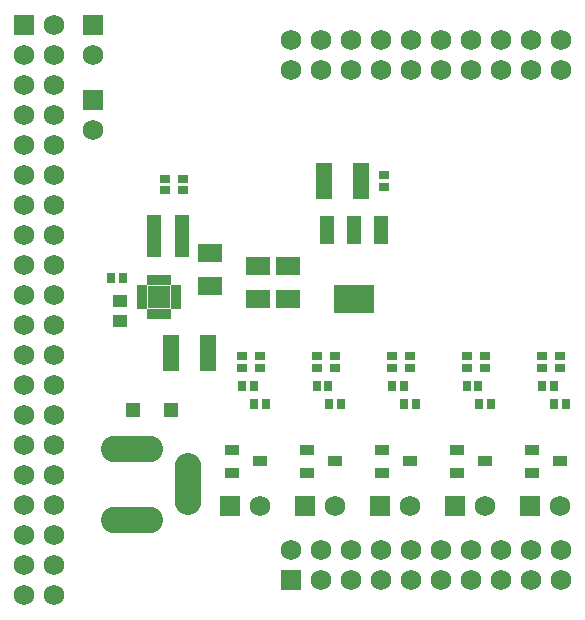
<source format=gts>
G04*
G04 #@! TF.GenerationSoftware,Altium Limited,Altium Designer,19.0.15 (446)*
G04*
G04 Layer_Color=8388736*
%FSLAX25Y25*%
%MOIN*%
G70*
G01*
G75*
%ADD15R,0.04543X0.04740*%
%ADD16R,0.02969X0.03362*%
%ADD17R,0.04740X0.03953*%
%ADD18R,0.08087X0.06118*%
%ADD19R,0.03362X0.02969*%
%ADD20R,0.04937X0.09465*%
%ADD21R,0.13795X0.09465*%
%ADD22R,0.05528X0.12024*%
%ADD23R,0.01984X0.03362*%
%ADD24R,0.03362X0.01984*%
%ADD25R,0.07614X0.07614*%
%ADD26R,0.04937X0.14386*%
%ADD27R,0.04937X0.03362*%
%ADD28R,0.06906X0.06906*%
%ADD29C,0.06906*%
%ADD30O,0.20685X0.08874*%
%ADD31O,0.08874X0.20685*%
%ADD32R,0.06906X0.06906*%
D15*
X173102Y281500D02*
D03*
X185898D02*
D03*
D16*
X169968Y325583D02*
D03*
X166031D02*
D03*
X213472Y283724D02*
D03*
X217409D02*
D03*
X209472Y289724D02*
D03*
X213409D02*
D03*
X238472Y283724D02*
D03*
X242409D02*
D03*
X234441Y289724D02*
D03*
X238378D02*
D03*
X263472Y283724D02*
D03*
X267409D02*
D03*
X259472Y289724D02*
D03*
X263409D02*
D03*
X288472Y283724D02*
D03*
X292409D02*
D03*
X284441Y289724D02*
D03*
X288378D02*
D03*
X313472Y283724D02*
D03*
X317409D02*
D03*
X309472Y289724D02*
D03*
X313409D02*
D03*
D17*
X169000Y311236D02*
D03*
Y317929D02*
D03*
D18*
X215000Y318488D02*
D03*
Y329512D02*
D03*
X225000Y318488D02*
D03*
Y329512D02*
D03*
X199000Y334095D02*
D03*
Y323071D02*
D03*
D19*
X257000Y359968D02*
D03*
Y356031D02*
D03*
X189821Y354839D02*
D03*
Y358776D02*
D03*
X183821Y358776D02*
D03*
Y354839D02*
D03*
X215441Y295787D02*
D03*
Y299724D02*
D03*
X209441Y295724D02*
D03*
Y299661D02*
D03*
X240441Y295756D02*
D03*
Y299693D02*
D03*
X234441Y295724D02*
D03*
Y299661D02*
D03*
X265441Y295756D02*
D03*
Y299693D02*
D03*
X259441Y295756D02*
D03*
Y299693D02*
D03*
X290441Y295787D02*
D03*
Y299724D02*
D03*
X284441Y295756D02*
D03*
Y299693D02*
D03*
X309441Y295756D02*
D03*
Y299693D02*
D03*
X315441D02*
D03*
Y295756D02*
D03*
D20*
X256055Y341516D02*
D03*
X247000D02*
D03*
X237945D02*
D03*
D21*
X247000Y318484D02*
D03*
D22*
X236799Y358000D02*
D03*
X249201D02*
D03*
X185799Y300583D02*
D03*
X198201D02*
D03*
D23*
X184937Y325000D02*
D03*
X182968D02*
D03*
X181000D02*
D03*
X179031D02*
D03*
Y313583D02*
D03*
X181000D02*
D03*
X182968D02*
D03*
X184937D02*
D03*
D24*
X176276Y322244D02*
D03*
Y320276D02*
D03*
Y318307D02*
D03*
Y316339D02*
D03*
X187693D02*
D03*
Y318307D02*
D03*
Y320276D02*
D03*
Y322244D02*
D03*
D25*
X181984Y319291D02*
D03*
D26*
X189665Y339583D02*
D03*
X180335D02*
D03*
D27*
X206276Y268240D02*
D03*
Y260760D02*
D03*
X215724Y264500D02*
D03*
X231276Y268240D02*
D03*
Y260760D02*
D03*
X240724Y264500D02*
D03*
X256276Y268240D02*
D03*
Y260760D02*
D03*
X265724Y264500D02*
D03*
X281276Y268240D02*
D03*
Y260760D02*
D03*
X290724Y264500D02*
D03*
X306276Y268240D02*
D03*
Y260760D02*
D03*
X315724Y264500D02*
D03*
D28*
X137000Y410000D02*
D03*
X160000Y385000D02*
D03*
Y410000D02*
D03*
X225740Y224961D02*
D03*
D29*
X147000Y410000D02*
D03*
X137000Y400000D02*
D03*
X147000D02*
D03*
X137000Y390000D02*
D03*
X147000D02*
D03*
X137000Y380000D02*
D03*
X147000D02*
D03*
X137000Y370000D02*
D03*
X147000D02*
D03*
X137000Y360000D02*
D03*
X147000D02*
D03*
X137000Y350000D02*
D03*
X147000D02*
D03*
X137000Y340000D02*
D03*
X147000D02*
D03*
X137000Y330000D02*
D03*
X147000D02*
D03*
X137000Y320000D02*
D03*
X147000D02*
D03*
X137000Y310000D02*
D03*
X147000D02*
D03*
X137000Y300000D02*
D03*
X147000D02*
D03*
X137000Y290000D02*
D03*
X147000D02*
D03*
X137000Y280000D02*
D03*
X147000D02*
D03*
X137000Y270000D02*
D03*
X147000D02*
D03*
X137000Y260000D02*
D03*
X147000D02*
D03*
X137000Y250000D02*
D03*
X147000D02*
D03*
X137000Y240000D02*
D03*
X147000D02*
D03*
X137000Y230000D02*
D03*
X147000D02*
D03*
X137000Y220000D02*
D03*
X147000D02*
D03*
X160000Y375000D02*
D03*
Y400000D02*
D03*
X225740Y404961D02*
D03*
Y394961D02*
D03*
Y234961D02*
D03*
X255740Y404961D02*
D03*
Y394961D02*
D03*
Y234961D02*
D03*
Y224961D02*
D03*
X265740D02*
D03*
Y234961D02*
D03*
Y394961D02*
D03*
Y404961D02*
D03*
X245740D02*
D03*
Y394961D02*
D03*
Y234961D02*
D03*
Y224961D02*
D03*
X235740D02*
D03*
Y234961D02*
D03*
Y394961D02*
D03*
Y404961D02*
D03*
X295740D02*
D03*
Y394961D02*
D03*
Y234961D02*
D03*
Y224961D02*
D03*
X305740D02*
D03*
Y234961D02*
D03*
Y394961D02*
D03*
Y404961D02*
D03*
X285740D02*
D03*
Y394961D02*
D03*
Y234961D02*
D03*
Y224961D02*
D03*
X275740D02*
D03*
Y234961D02*
D03*
Y394961D02*
D03*
Y404961D02*
D03*
X315740Y224961D02*
D03*
Y234961D02*
D03*
Y394961D02*
D03*
Y404961D02*
D03*
X315441Y249724D02*
D03*
X290441D02*
D03*
X265441D02*
D03*
X240441D02*
D03*
X215441D02*
D03*
D30*
X173000Y245000D02*
D03*
Y268622D02*
D03*
D31*
X191504Y256811D02*
D03*
D32*
X305441Y249724D02*
D03*
X280441D02*
D03*
X255441D02*
D03*
X230441D02*
D03*
X205441D02*
D03*
M02*

</source>
